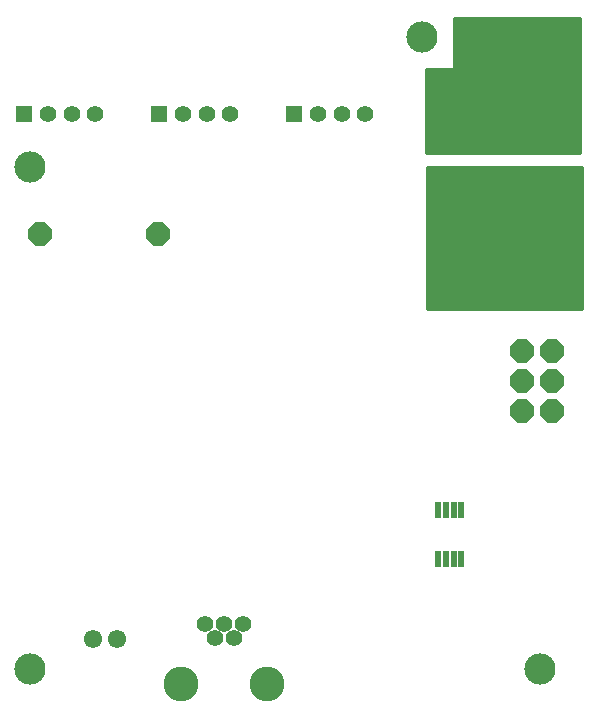
<source format=gbs>
G75*
%MOIN*%
%OFA0B0*%
%FSLAX24Y24*%
%IPPOS*%
%LPD*%
%AMOC8*
5,1,8,0,0,1.08239X$1,22.5*
%
%ADD10C,0.1040*%
%ADD11C,0.0100*%
%ADD12OC8,0.0800*%
%ADD13OC8,0.0780*%
%ADD14C,0.0555*%
%ADD15C,0.1162*%
%ADD16R,0.0217X0.0552*%
%ADD17R,0.0555X0.0555*%
%ADD18C,0.0610*%
%ADD19C,0.2340*%
D10*
X006833Y007000D03*
X023833Y007000D03*
X006833Y023736D03*
X019912Y028067D03*
D11*
X020983Y028057D02*
X025183Y028057D01*
X025183Y028155D02*
X020983Y028155D01*
X020983Y028254D02*
X025183Y028254D01*
X025183Y028352D02*
X020983Y028352D01*
X020983Y028451D02*
X025183Y028451D01*
X025183Y028549D02*
X020983Y028549D01*
X020983Y028648D02*
X025183Y028648D01*
X025183Y028700D02*
X025183Y024200D01*
X020033Y024200D01*
X020033Y027000D01*
X020983Y027000D01*
X020983Y028700D01*
X025183Y028700D01*
X025183Y027958D02*
X020983Y027958D01*
X020983Y027860D02*
X025183Y027860D01*
X025183Y027761D02*
X020983Y027761D01*
X020983Y027663D02*
X025183Y027663D01*
X025183Y027564D02*
X020983Y027564D01*
X020983Y027466D02*
X025183Y027466D01*
X025183Y027367D02*
X020983Y027367D01*
X020983Y027269D02*
X025183Y027269D01*
X025183Y027170D02*
X020983Y027170D01*
X020983Y027072D02*
X025183Y027072D01*
X025183Y026973D02*
X020033Y026973D01*
X020033Y026875D02*
X025183Y026875D01*
X025183Y026776D02*
X020033Y026776D01*
X020033Y026678D02*
X025183Y026678D01*
X025183Y026579D02*
X020033Y026579D01*
X020033Y026481D02*
X025183Y026481D01*
X025183Y026382D02*
X020033Y026382D01*
X020033Y026284D02*
X025183Y026284D01*
X025183Y026185D02*
X020033Y026185D01*
X020033Y026087D02*
X025183Y026087D01*
X025183Y025988D02*
X020033Y025988D01*
X020033Y025890D02*
X025183Y025890D01*
X025183Y025791D02*
X020033Y025791D01*
X020033Y025693D02*
X025183Y025693D01*
X025183Y025594D02*
X020033Y025594D01*
X020033Y025496D02*
X025183Y025496D01*
X025183Y025397D02*
X020033Y025397D01*
X020033Y025299D02*
X025183Y025299D01*
X025183Y025200D02*
X020033Y025200D01*
X020033Y025102D02*
X025183Y025102D01*
X025183Y025003D02*
X020033Y025003D01*
X020033Y024905D02*
X025183Y024905D01*
X025183Y024806D02*
X020033Y024806D01*
X020033Y024708D02*
X025183Y024708D01*
X025183Y024609D02*
X020033Y024609D01*
X020033Y024511D02*
X025183Y024511D01*
X025183Y024412D02*
X020033Y024412D01*
X020033Y024314D02*
X025183Y024314D01*
X025183Y024215D02*
X020033Y024215D01*
X020083Y023750D02*
X020083Y019000D01*
X025233Y019000D01*
X025233Y023750D01*
X020083Y023750D01*
X020083Y023723D02*
X025233Y023723D01*
X025233Y023624D02*
X020083Y023624D01*
X020083Y023526D02*
X025233Y023526D01*
X025233Y023427D02*
X020083Y023427D01*
X020083Y023329D02*
X025233Y023329D01*
X025233Y023230D02*
X020083Y023230D01*
X020083Y023132D02*
X025233Y023132D01*
X025233Y023033D02*
X020083Y023033D01*
X020083Y022935D02*
X025233Y022935D01*
X025233Y022836D02*
X020083Y022836D01*
X020083Y022738D02*
X025233Y022738D01*
X025233Y022639D02*
X020083Y022639D01*
X020083Y022541D02*
X025233Y022541D01*
X025233Y022442D02*
X020083Y022442D01*
X020083Y022344D02*
X025233Y022344D01*
X025233Y022245D02*
X020083Y022245D01*
X020083Y022147D02*
X025233Y022147D01*
X025233Y022048D02*
X020083Y022048D01*
X020083Y021950D02*
X025233Y021950D01*
X025233Y021851D02*
X020083Y021851D01*
X020083Y021753D02*
X025233Y021753D01*
X025233Y021654D02*
X020083Y021654D01*
X020083Y021556D02*
X025233Y021556D01*
X025233Y021457D02*
X020083Y021457D01*
X020083Y021359D02*
X025233Y021359D01*
X025233Y021260D02*
X020083Y021260D01*
X020083Y021162D02*
X025233Y021162D01*
X025233Y021063D02*
X020083Y021063D01*
X020083Y020965D02*
X025233Y020965D01*
X025233Y020866D02*
X020083Y020866D01*
X020083Y020768D02*
X025233Y020768D01*
X025233Y020669D02*
X020083Y020669D01*
X020083Y020571D02*
X025233Y020571D01*
X025233Y020472D02*
X020083Y020472D01*
X020083Y020374D02*
X025233Y020374D01*
X025233Y020275D02*
X020083Y020275D01*
X020083Y020177D02*
X025233Y020177D01*
X025233Y020078D02*
X020083Y020078D01*
X020083Y019980D02*
X025233Y019980D01*
X025233Y019881D02*
X020083Y019881D01*
X020083Y019783D02*
X025233Y019783D01*
X025233Y019684D02*
X020083Y019684D01*
X020083Y019586D02*
X025233Y019586D01*
X025233Y019487D02*
X020083Y019487D01*
X020083Y019389D02*
X025233Y019389D01*
X025233Y019290D02*
X020083Y019290D01*
X020083Y019192D02*
X025233Y019192D01*
X025233Y019093D02*
X020083Y019093D01*
D12*
X011093Y021500D03*
X007156Y021500D03*
D13*
X023233Y017600D03*
X023233Y016600D03*
X023233Y015600D03*
X024233Y015600D03*
X024233Y016600D03*
X024233Y017600D03*
D14*
X018014Y025500D03*
X017227Y025500D03*
X016440Y025500D03*
X013514Y025500D03*
X012727Y025500D03*
X011940Y025500D03*
X009014Y025500D03*
X008227Y025500D03*
X007440Y025500D03*
X012688Y008508D03*
X013003Y008035D03*
X013318Y008508D03*
X013633Y008035D03*
X013948Y008508D03*
D15*
X014755Y006500D03*
X011881Y006500D03*
D16*
X020449Y010693D03*
X020705Y010693D03*
X020961Y010693D03*
X021217Y010693D03*
X021217Y012307D03*
X020961Y012307D03*
X020705Y012307D03*
X020449Y012307D03*
D17*
X015652Y025500D03*
X011152Y025500D03*
X006652Y025500D03*
D18*
X008940Y008000D03*
X009727Y008000D03*
D19*
X023333Y021000D03*
X023333Y027000D03*
M02*

</source>
